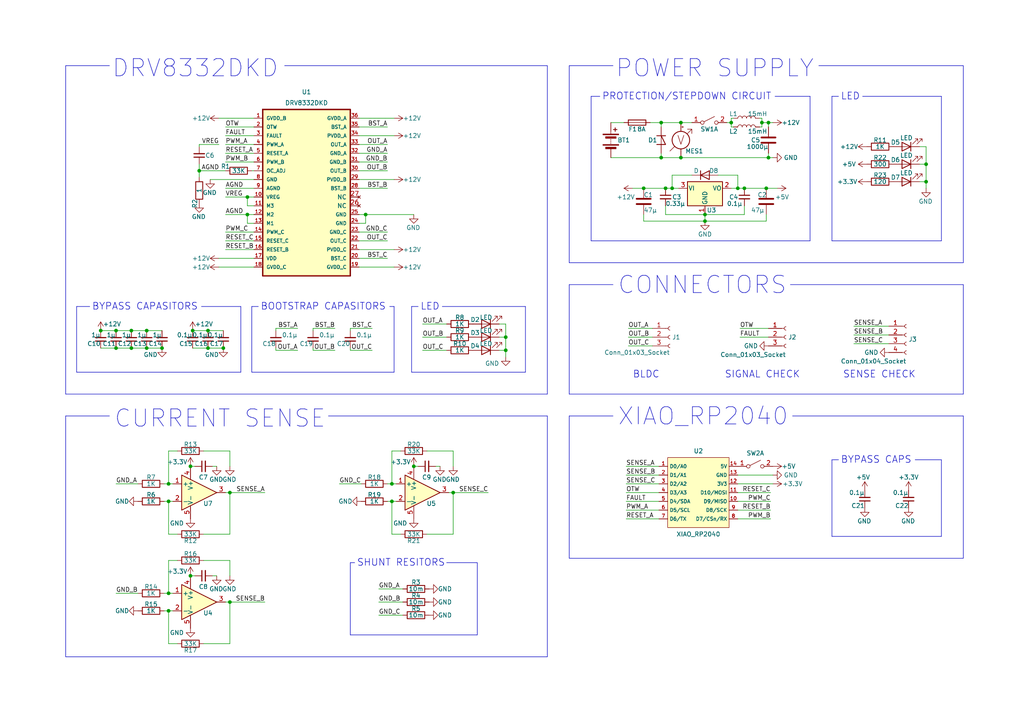
<source format=kicad_sch>
(kicad_sch (version 20230121) (generator eeschema)
  (paper "A4")
  (lib_symbols
    (symbol "Connector:Conn_01x03_Socket" (pin_names (offset 1.016) hide)
      (property "Reference" "J" (at 0 5.08 0))
      (property "Value" "Conn_01x03_Socket" (at 0 -5.08 0))
      (symbol "Conn_01x03_Socket_1_1"
        (pin passive line (at -5.08 2.54 0) (length 3.81) (name "Pin_1") (number "1"))
        (pin passive line (at -5.08 0 0) (length 3.81) (name "Pin_2") (number "2"))
        (pin passive line (at -5.08 -2.54 0) (length 3.81) (name "Pin_3") (number "3"))
      )
    )
    (symbol "Connector:Conn_01x04_Socket" (pin_names (offset 1.016) hide)
      (property "Reference" "J" (at 0 5.08 0))
      (property "Value" "Conn_01x04_Socket" (at 0 -7.62 0))
      (symbol "Conn_01x04_Socket_1_1"
        (pin passive line (at -5.08 2.54 0) (length 3.81) (name "Pin_1") (number "1"))
        (pin passive line (at -5.08 0 0) (length 3.81) (name "Pin_2") (number "2"))
        (pin passive line (at -5.08 -2.54 0) (length 3.81) (name "Pin_3") (number "3"))
        (pin passive line (at -5.08 -5.08 0) (length 3.81) (name "Pin_4") (number "4"))
      )
    )
    (symbol "DRV8332DKD:DRV8332DKD" (pin_names (offset 1.016))
      (property "Reference" "U" (at -12.7 67.31 0))
      (property "Value" "DRV8332DKD" (at -6.35 15.24 0))
      (symbol "DRV8332DKD_1_0"
        (pin power_in line (at -15.24 63.5 0) (length 2.54) (name "GVDD_B") (number "1"))
        (pin bidirectional line (at -15.24 40.64 0) (length 2.54) (name "VREG") (number "10"))
        (pin bidirectional line (at -15.24 38.1 0) (length 2.54) (name "M3") (number "11"))
        (pin bidirectional line (at -15.24 35.56 0) (length 2.54) (name "M2") (number "12"))
        (pin bidirectional line (at -15.24 33.02 0) (length 2.54) (name "M1") (number "13"))
        (pin bidirectional line (at -15.24 30.48 0) (length 2.54) (name "PWM_C") (number "14"))
        (pin bidirectional line (at -15.24 27.94 0) (length 2.54) (name "RESET_C") (number "15"))
        (pin bidirectional line (at -15.24 25.4 0) (length 2.54) (name "RESET_B") (number "16"))
        (pin power_in line (at -15.24 22.86 0) (length 2.54) (name "VDD") (number "17"))
        (pin power_in line (at -15.24 20.32 0) (length 2.54) (name "GVDD_C") (number "18"))
        (pin power_in line (at 15.24 20.32 180) (length 2.54) (name "GVDD_C") (number "19"))
        (pin bidirectional line (at -15.24 60.96 0) (length 2.54) (name "OTW") (number "2"))
        (pin bidirectional line (at 15.24 22.86 180) (length 2.54) (name "BST_C") (number "20"))
        (pin power_in line (at 15.24 25.4 180) (length 2.54) (name "PVDD_C") (number "21"))
        (pin output line (at 15.24 27.94 180) (length 2.54) (name "OUT_C") (number "22"))
        (pin power_in line (at 15.24 30.48 180) (length 2.54) (name "GND_C") (number "23"))
        (pin power_in line (at 15.24 33.02 180) (length 2.54) (name "GND") (number "24"))
        (pin power_in line (at 15.24 35.56 180) (length 2.54) (name "GND") (number "25"))
        (pin bidirectional line (at 15.24 43.18 180) (length 2.54) (name "BST_B") (number "28"))
        (pin power_in line (at 15.24 45.72 180) (length 2.54) (name "PVDD_B") (number "29"))
        (pin bidirectional line (at -15.24 58.42 0) (length 2.54) (name "FAULT") (number "3"))
        (pin output line (at 15.24 48.26 180) (length 2.54) (name "OUT_B") (number "30"))
        (pin power_in line (at 15.24 50.8 180) (length 2.54) (name "GND_B") (number "31"))
        (pin power_in line (at 15.24 53.34 180) (length 2.54) (name "GND_A") (number "32"))
        (pin output line (at 15.24 55.88 180) (length 2.54) (name "OUT_A") (number "33"))
        (pin power_in line (at 15.24 58.42 180) (length 2.54) (name "PVDD_A") (number "34"))
        (pin bidirectional line (at 15.24 60.96 180) (length 2.54) (name "BST_A") (number "35"))
        (pin power_in line (at 15.24 63.5 180) (length 2.54) (name "GVDD_A") (number "36"))
        (pin bidirectional line (at -15.24 55.88 0) (length 2.54) (name "PWM_A") (number "4"))
        (pin bidirectional line (at -15.24 53.34 0) (length 2.54) (name "RESET_A") (number "5"))
        (pin bidirectional line (at -15.24 50.8 0) (length 2.54) (name "PWM_B") (number "6"))
        (pin bidirectional line (at -15.24 48.26 0) (length 2.54) (name "OC_ADJ") (number "7"))
        (pin power_in line (at -15.24 45.72 0) (length 2.54) (name "GND") (number "8"))
        (pin power_in line (at -15.24 43.18 0) (length 2.54) (name "AGND") (number "9"))
      )
      (symbol "DRV8332DKD_1_1"
        (pin no_connect line (at 15.24 38.1 180) (length 2.54) (name "NC") (number "26"))
        (pin no_connect line (at 15.24 40.64 180) (length 2.54) (name "NC") (number "27"))
      )
    )
    (symbol "Device:Battery" (pin_numbers hide) (pin_names (offset 0) hide)
      (property "Reference" "BT" (at 2.54 2.54 0))
      (property "Value" "Battery" (at 2.54 0 0))
      (symbol "Battery_1_1"
        (pin passive line (at 0 5.08 270) (length 2.54) (name "+") (number "1"))
        (pin passive line (at 0 -5.08 90) (length 2.54) (name "-") (number "2"))
      )
    )
    (symbol "Device:C" (pin_numbers hide) (pin_names (offset 0.254))
      (property "Reference" "C" (at 0.635 2.54 0))
      (property "Value" "C" (at 0.635 -2.54 0))
      (symbol "C_1_1"
        (pin passive line (at 0 3.81 270) (length 2.794) (name "~") (number "1"))
        (pin passive line (at 0 -3.81 90) (length 2.794) (name "~") (number "2"))
      )
    )
    (symbol "Device:C_Small" (pin_numbers hide) (pin_names (offset 0.254) hide)
      (property "Reference" "C" (at 0.254 1.778 0))
      (property "Value" "C_Small" (at 0.254 -2.032 0))
      (symbol "C_Small_1_1"
        (pin passive line (at 0 2.54 270) (length 2.032) (name "~") (number "1"))
        (pin passive line (at 0 -2.54 90) (length 2.032) (name "~") (number "2"))
      )
    )
    (symbol "Device:D" (pin_numbers hide) (pin_names (offset 1.016) hide)
      (property "Reference" "D" (at 0 2.54 0))
      (property "Value" "D" (at 0 -2.54 0))
      (symbol "D_1_1"
        (pin passive line (at -3.81 0 0) (length 2.54) (name "K") (number "1"))
        (pin passive line (at 3.81 0 180) (length 2.54) (name "A") (number "2"))
      )
    )
    (symbol "Device:D_Shockley" (pin_numbers hide) (pin_names (offset 1.016) hide)
      (property "Reference" "D" (at 0 2.54 0))
      (property "Value" "D_Shockley" (at 0 -2.54 0))
      (symbol "D_Shockley_1_1"
        (pin passive line (at -3.81 0 0) (length 2.54) (name "K") (number "1"))
        (pin passive line (at 3.81 0 180) (length 2.54) (name "A") (number "2"))
      )
    )
    (symbol "Device:Fuse" (pin_numbers hide) (pin_names (offset 0))
      (property "Reference" "F" (at 2.032 0 90))
      (property "Value" "Fuse" (at -1.905 0 90))
      (symbol "Fuse_1_1"
        (pin passive line (at 0 3.81 270) (length 1.27) (name "~") (number "1"))
        (pin passive line (at 0 -3.81 90) (length 1.27) (name "~") (number "2"))
      )
    )
    (symbol "Device:L" (pin_numbers hide) (pin_names (offset 1.016) hide)
      (property "Reference" "L" (at -1.27 0 90))
      (property "Value" "L" (at 1.905 0 90))
      (symbol "L_1_1"
        (pin passive line (at 0 3.81 270) (length 1.27) (name "1") (number "1"))
        (pin passive line (at 0 -3.81 90) (length 1.27) (name "2") (number "2"))
      )
    )
    (symbol "Device:LED" (pin_numbers hide) (pin_names (offset 1.016) hide)
      (property "Reference" "D" (at 0 2.54 0))
      (property "Value" "LED" (at 0 -2.54 0))
      (symbol "LED_1_1"
        (pin passive line (at -3.81 0 0) (length 2.54) (name "K") (number "1"))
        (pin passive line (at 3.81 0 180) (length 2.54) (name "A") (number "2"))
      )
    )
    (symbol "Device:R" (pin_numbers hide) (pin_names (offset 0))
      (property "Reference" "R" (at 2.032 0 90))
      (property "Value" "R" (at 0 0 90))
      (symbol "R_1_1"
        (pin passive line (at 0 3.81 270) (length 1.27) (name "~") (number "1"))
        (pin passive line (at 0 -3.81 90) (length 1.27) (name "~") (number "2"))
      )
    )
    (symbol "Device:Voltmeter_DC" (pin_numbers hide) (pin_names (offset 0.0254) hide)
      (property "Reference" "MES" (at -3.302 1.016 0))
      (property "Value" "Voltmeter_DC" (at -3.302 -0.762 0))
      (symbol "Voltmeter_DC_0_0"
        (text "V" (at 0 0 0) (effects (font (size 2.54 2.54))))
      )
      (symbol "Voltmeter_DC_1_1"
        (pin passive line (at 0 -5.08 90) (length 2.54) (name "-") (number "1"))
        (pin passive line (at 0 5.08 270) (length 2.54) (name "+") (number "2"))
      )
    )
    (symbol "Regulator_Linear:AZ1117-3.3" (pin_names (offset 0.254))
      (property "Reference" "U" (at -3.81 3.175 0))
      (property "Value" "AZ1117-3.3" (at 0 3.175 0))
      (symbol "AZ1117-3.3_1_1"
        (pin power_in line (at 0 -7.62 90) (length 2.54) (name "GND") (number "1"))
        (pin power_out line (at 7.62 0 180) (length 2.54) (name "VO") (number "2"))
        (pin power_in line (at -7.62 0 0) (length 2.54) (name "VI") (number "3"))
      )
    )
    (symbol "Simulation_SPICE:OPAMP" (pin_names (offset 0.254))
      (property "Reference" "U" (at 3.81 3.175 0))
      (property "Value" "${SIM.PARAMS}" (at 3.81 -3.175 0))
      (symbol "OPAMP_1_1"
        (pin input line (at -7.62 2.54 0) (length 2.54) (name "+") (number "1"))
        (pin input line (at -7.62 -2.54 0) (length 2.54) (name "-") (number "2"))
        (pin output line (at 7.62 0 180) (length 2.54) (name "~") (number "3"))
        (pin power_in line (at -2.54 7.62 270) (length 3.81) (name "V+") (number "4"))
        (pin power_in line (at -2.54 -7.62 90) (length 3.81) (name "V-") (number "5"))
      )
    )
    (symbol "Switch:SW_DPST_x2" (pin_names (offset 0) hide)
      (property "Reference" "SW" (at 0 3.175 0))
      (property "Value" "SW_DPST_x2" (at 0 -2.54 0))
      (symbol "SW_DPST_x2_1_1"
        (pin passive line (at -5.08 0 0) (length 2.54) (name "A") (number "1"))
        (pin passive line (at 5.08 0 180) (length 2.54) (name "B") (number "2"))
      )
      (symbol "SW_DPST_x2_2_1"
        (pin passive line (at -5.08 0 0) (length 2.54) (name "A") (number "3"))
        (pin passive line (at 5.08 0 180) (length 2.54) (name "B") (number "4"))
      )
    )
    (symbol "XIAO_RP2040:XIAO_RP2040"
      (property "Reference" "U2" (at 0 1.905 0))
      (property "Value" "XIAO_RP2040" (at 0 0 0))
      (symbol "XIAO_RP2040_1_0"
        (pin bidirectional line (at -11.43 -3.81 0) (length 2.54) (name "D0/A0") (number "1"))
        (pin bidirectional line (at 11.43 -13.97 180) (length 2.54) (name "D9/MISO") (number "10"))
        (pin bidirectional line (at 11.43 -11.43 180) (length 2.54) (name "D10/MOSI") (number "11"))
        (pin power_out line (at 11.43 -8.89 180) (length 2.54) (name "3V3") (number "12"))
        (pin power_out line (at 11.43 -6.35 180) (length 2.54) (name "GND") (number "13"))
        (pin power_in line (at 11.43 -3.81 180) (length 2.54) (name "5V") (number "14"))
        (pin bidirectional line (at -11.43 -6.35 0) (length 2.54) (name "D1/A1") (number "2"))
        (pin bidirectional line (at -11.43 -8.89 0) (length 2.54) (name "D2/A2") (number "3"))
        (pin bidirectional line (at -11.43 -11.43 0) (length 2.54) (name "D3/A3") (number "4"))
        (pin bidirectional line (at -11.43 -13.97 0) (length 2.54) (name "D4/SDA") (number "5"))
        (pin bidirectional line (at -11.43 -16.51 0) (length 2.54) (name "D5/SCL") (number "6"))
        (pin bidirectional line (at -11.43 -19.05 0) (length 2.54) (name "D6/TX") (number "7"))
        (pin bidirectional line (at 11.43 -19.05 180) (length 2.54) (name "D7/CSn/RX") (number "8"))
        (pin bidirectional line (at 11.43 -16.51 180) (length 2.54) (name "D8/SCK") (number "9"))
      )
    )
    (symbol "power:+12V" (power) (pin_names (offset 0))
      (property "Value" "+12V" (at 0 3.556 0))
      (symbol "+12V_1_1"
        (pin power_in line (at 0 0 90) (length 0) hide (name "+12V") (number "1"))
      )
    )
    (symbol "power:+3.3V" (power) (pin_names (offset 0))
      (property "Value" "+3.3V" (at 0 3.556 0))
      (symbol "+3.3V_1_1"
        (pin power_in line (at 0 0 90) (length 0) hide (name "+3.3V") (number "1"))
      )
    )
    (symbol "power:+5V" (power) (pin_names (offset 0))
      (property "Value" "+5V" (at 0 3.556 0))
      (symbol "+5V_1_1"
        (pin power_in line (at 0 0 90) (length 0) hide (name "+5V") (number "1"))
      )
    )
    (symbol "power:GND" (power) (pin_names (offset 0))
      (property "Value" "GND" (at 0 -3.81 0))
      (symbol "GND_1_1"
        (pin power_in line (at 0 0 270) (length 0) hide (name "GND") (number "1"))
      )
    )
  )
  (junction (at 55.245 135.255))
  (junction (at 46.99 100.965))
  (junction (at 186.69 54.61))
  (junction (at 197.485 45.72))
  (junction (at 191.77 35.56))
  (junction (at 33.655 95.885))
  (junction (at 204.47 64.135))
  (junction (at 222.25 54.61))
  (junction (at 64.77 100.965))
  (junction (at 268.605 47.625))
  (junction (at 222.885 45.72))
  (junction (at 48.895 140.335))
  (junction (at 71.755 62.23))
  (junction (at 60.325 95.885))
  (junction (at 194.945 54.61))
  (junction (at 57.785 49.53))
  (junction (at 113.665 140.335))
  (junction (at 33.655 100.965))
  (junction (at 131.445 142.875))
  (junction (at 146.685 97.79))
  (junction (at 120.015 135.255))
  (junction (at 48.895 177.165))
  (junction (at 113.665 145.415))
  (junction (at 197.485 35.56))
  (junction (at 29.21 95.885))
  (junction (at 191.77 45.72))
  (junction (at 48.895 145.415))
  (junction (at 220.98 35.56))
  (junction (at 146.685 101.6))
  (junction (at 42.545 95.885))
  (junction (at 60.325 100.965))
  (junction (at 268.605 52.705))
  (junction (at 55.88 95.885))
  (junction (at 38.1 100.965))
  (junction (at 215.9 54.61))
  (junction (at 213.995 54.61))
  (junction (at 204.47 62.23))
  (junction (at 38.1 95.885))
  (junction (at 222.885 35.56))
  (junction (at 212.09 35.56))
  (junction (at 66.675 174.625))
  (junction (at 71.755 57.15))
  (junction (at 106.045 62.23))
  (junction (at 66.675 142.875))
  (junction (at 193.04 54.61))
  (junction (at 55.245 167.005))
  (junction (at 42.545 100.965))
  (junction (at 48.895 172.085))
  (wire (pts (xy 208.28 50.8) (xy 213.995 50.8)))
  (polyline (pts (xy 95.25 120.65) (xy 158.75 120.65)))
  (wire (pts (xy 48.895 186.69) (xy 48.895 177.165)))
  (wire (pts (xy 55.88 95.885) (xy 60.325 95.885)))
  (wire (pts (xy 223.52 147.955) (xy 213.995 147.955)))
  (wire (pts (xy 212.09 35.56) (xy 210.82 35.56)))
  (wire (pts (xy 112.395 41.91) (xy 104.14 41.91)))
  (wire (pts (xy 220.98 34.29) (xy 220.98 35.56)))
  (wire (pts (xy 186.69 62.23) (xy 186.69 64.135)))
  (wire (pts (xy 181.61 150.495) (xy 191.135 150.495)))
  (polyline (pts (xy 158.75 114.3) (xy 158.75 19.05)))
  (polyline (pts (xy 165.1 161.925) (xy 279.4 161.925)))
  (wire (pts (xy 114.3 72.39) (xy 104.14 72.39)))
  (polyline (pts (xy 31.75 19.05) (xy 19.05 19.05)))
  (wire (pts (xy 60.96 52.07) (xy 73.66 52.07)))
  (wire (pts (xy 71.755 57.15) (xy 73.66 57.15)))
  (wire (pts (xy 71.755 64.77) (xy 71.755 62.23)))
  (wire (pts (xy 97.155 101.6) (xy 90.805 101.6)))
  (wire (pts (xy 109.855 174.625) (xy 116.84 174.625)))
  (wire (pts (xy 104.14 64.77) (xy 106.045 64.77)))
  (wire (pts (xy 223.52 145.415) (xy 213.995 145.415)))
  (wire (pts (xy 47.625 140.335) (xy 48.895 140.335)))
  (wire (pts (xy 112.395 67.31) (xy 104.14 67.31)))
  (wire (pts (xy 215.9 59.69) (xy 215.9 62.23)))
  (wire (pts (xy 48.895 154.94) (xy 48.895 145.415)))
  (wire (pts (xy 59.055 154.94) (xy 66.675 154.94)))
  (wire (pts (xy 51.435 154.94) (xy 48.895 154.94)))
  (wire (pts (xy 29.21 100.965) (xy 33.655 100.965)))
  (wire (pts (xy 80.01 95.25) (xy 86.36 95.25)))
  (wire (pts (xy 80.01 100.965) (xy 80.01 101.6)))
  (wire (pts (xy 220.345 34.29) (xy 220.98 34.29)))
  (polyline (pts (xy 101.6 163.195) (xy 101.6 184.15)))
  (polyline (pts (xy 128.27 88.9) (xy 152.4 88.9)))
  (polyline (pts (xy 234.95 69.85) (xy 234.95 27.94)))
  (wire (pts (xy 266.7 52.705) (xy 268.605 52.705)))
  (wire (pts (xy 146.685 93.98) (xy 146.685 97.79)))
  (wire (pts (xy 101.6 95.25) (xy 101.6 95.885)))
  (polyline (pts (xy 19.05 120.65) (xy 19.05 190.5)))
  (polyline (pts (xy 229.235 82.55) (xy 279.4 82.55)))
  (polyline (pts (xy 165.1 120.65) (xy 165.1 161.925)))
  (wire (pts (xy 48.895 145.415) (xy 50.165 145.415)))
  (wire (pts (xy 66.675 142.875) (xy 65.405 142.875)))
  (wire (pts (xy 181.61 147.955) (xy 191.135 147.955)))
  (wire (pts (xy 120.015 135.255) (xy 121.285 135.255)))
  (polyline (pts (xy 241.3 133.35) (xy 241.3 155.575)))
  (wire (pts (xy 112.395 54.61) (xy 104.14 54.61)))
  (wire (pts (xy 144.78 97.79) (xy 146.685 97.79)))
  (wire (pts (xy 182.245 97.79) (xy 189.23 97.79)))
  (wire (pts (xy 65.405 36.83) (xy 73.66 36.83)))
  (wire (pts (xy 181.61 145.415) (xy 191.135 145.415)))
  (wire (pts (xy 98.425 140.335) (xy 104.775 140.335)))
  (wire (pts (xy 220.345 36.83) (xy 220.98 36.83)))
  (polyline (pts (xy 114.3 107.95) (xy 114.3 88.9)))
  (polyline (pts (xy 165.1 114.3) (xy 279.4 114.3)))
  (polyline (pts (xy 152.4 107.95) (xy 152.4 88.9)))
  (wire (pts (xy 47.625 172.085) (xy 48.895 172.085)))
  (wire (pts (xy 112.395 74.93) (xy 104.14 74.93)))
  (polyline (pts (xy 19.05 114.3) (xy 158.75 114.3)))
  (wire (pts (xy 183.515 54.61) (xy 186.69 54.61)))
  (wire (pts (xy 222.885 44.45) (xy 222.885 45.72)))
  (wire (pts (xy 33.655 100.965) (xy 38.1 100.965)))
  (wire (pts (xy 59.055 162.56) (xy 66.675 162.56)))
  (wire (pts (xy 194.945 50.8) (xy 194.945 54.61)))
  (wire (pts (xy 71.755 59.69) (xy 71.755 57.15)))
  (wire (pts (xy 80.01 101.6) (xy 86.36 101.6)))
  (wire (pts (xy 90.805 95.25) (xy 90.805 95.885)))
  (wire (pts (xy 266.7 42.545) (xy 268.605 42.545)))
  (wire (pts (xy 113.665 145.415) (xy 114.935 145.415)))
  (polyline (pts (xy 273.05 155.575) (xy 273.05 133.35)))
  (wire (pts (xy 212.09 34.29) (xy 212.725 34.29)))
  (wire (pts (xy 112.395 36.83) (xy 104.14 36.83)))
  (wire (pts (xy 113.665 154.94) (xy 113.665 145.415)))
  (polyline (pts (xy 229.87 120.65) (xy 279.4 120.65)))
  (wire (pts (xy 197.485 45.72) (xy 222.885 45.72)))
  (wire (pts (xy 65.405 67.31) (xy 73.66 67.31)))
  (wire (pts (xy 106.045 62.23) (xy 120.015 62.23)))
  (wire (pts (xy 57.785 49.53) (xy 57.785 51.435)))
  (wire (pts (xy 204.47 62.23) (xy 204.47 64.135)))
  (wire (pts (xy 112.395 49.53) (xy 104.14 49.53)))
  (wire (pts (xy 112.395 69.85) (xy 104.14 69.85)))
  (wire (pts (xy 48.895 177.165) (xy 50.165 177.165)))
  (polyline (pts (xy 165.1 19.05) (xy 165.1 76.2)))
  (polyline (pts (xy 165.1 76.2) (xy 279.4 76.2)))
  (wire (pts (xy 63.5 77.47) (xy 73.66 77.47)))
  (wire (pts (xy 193.04 54.61) (xy 194.945 54.61)))
  (wire (pts (xy 215.9 54.61) (xy 222.25 54.61)))
  (wire (pts (xy 204.47 64.135) (xy 222.25 64.135)))
  (wire (pts (xy 181.61 142.875) (xy 191.135 142.875)))
  (wire (pts (xy 186.69 54.61) (xy 193.04 54.61)))
  (wire (pts (xy 212.09 54.61) (xy 213.995 54.61)))
  (wire (pts (xy 71.755 62.23) (xy 73.66 62.23)))
  (wire (pts (xy 61.595 135.255) (xy 62.865 135.255)))
  (polyline (pts (xy 177.8 19.05) (xy 165.1 19.05)))
  (wire (pts (xy 48.895 140.335) (xy 50.165 140.335)))
  (wire (pts (xy 131.445 130.81) (xy 131.445 135.255)))
  (wire (pts (xy 61.595 167.005) (xy 62.865 167.005)))
  (wire (pts (xy 101.6 95.25) (xy 107.95 95.25)))
  (wire (pts (xy 223.52 142.875) (xy 213.995 142.875)))
  (wire (pts (xy 80.01 95.25) (xy 80.01 95.885)))
  (wire (pts (xy 65.405 57.15) (xy 71.755 57.15)))
  (wire (pts (xy 112.395 46.99) (xy 104.14 46.99)))
  (wire (pts (xy 112.395 145.415) (xy 113.665 145.415)))
  (polyline (pts (xy 129.54 163.195) (xy 138.43 163.195)))
  (wire (pts (xy 104.14 62.23) (xy 106.045 62.23)))
  (wire (pts (xy 213.995 50.8) (xy 213.995 54.61)))
  (wire (pts (xy 131.445 154.94) (xy 131.445 142.875)))
  (wire (pts (xy 60.325 95.885) (xy 64.77 95.885)))
  (wire (pts (xy 131.445 142.875) (xy 130.175 142.875)))
  (polyline (pts (xy 73.025 88.9) (xy 73.025 107.95)))
  (wire (pts (xy 112.395 140.335) (xy 113.665 140.335)))
  (polyline (pts (xy 241.3 69.85) (xy 273.05 69.85)))
  (wire (pts (xy 90.805 101.6) (xy 90.805 100.965)))
  (wire (pts (xy 51.435 130.81) (xy 48.895 130.81)))
  (wire (pts (xy 59.055 130.81) (xy 66.675 130.81)))
  (polyline (pts (xy 74.93 88.9) (xy 73.025 88.9)))
  (wire (pts (xy 65.405 62.23) (xy 71.755 62.23)))
  (wire (pts (xy 48.895 130.81) (xy 48.895 140.335)))
  (polyline (pts (xy 113.03 88.9) (xy 114.3 88.9)))
  (wire (pts (xy 48.895 172.085) (xy 50.165 172.085)))
  (wire (pts (xy 51.435 162.56) (xy 48.895 162.56)))
  (wire (pts (xy 65.405 72.39) (xy 73.66 72.39)))
  (wire (pts (xy 215.9 62.23) (xy 204.47 62.23)))
  (wire (pts (xy 66.675 142.875) (xy 76.835 142.875)))
  (wire (pts (xy 66.675 130.81) (xy 66.675 135.255)))
  (wire (pts (xy 193.04 62.23) (xy 204.47 62.23)))
  (wire (pts (xy 257.81 94.615) (xy 247.65 94.615)))
  (polyline (pts (xy 173.99 27.94) (xy 171.45 27.94)))
  (wire (pts (xy 65.405 41.91) (xy 73.66 41.91)))
  (wire (pts (xy 57.785 41.91) (xy 63.5 41.91)))
  (wire (pts (xy 59.055 186.69) (xy 66.675 186.69)))
  (wire (pts (xy 73.025 49.53) (xy 73.66 49.53)))
  (wire (pts (xy 191.77 35.56) (xy 191.77 36.83)))
  (wire (pts (xy 222.25 54.61) (xy 225.425 54.61)))
  (wire (pts (xy 47.625 177.165) (xy 48.895 177.165)))
  (wire (pts (xy 268.605 52.705) (xy 268.605 54.61)))
  (polyline (pts (xy 58.42 88.9) (xy 69.85 88.9)))
  (wire (pts (xy 144.78 93.98) (xy 146.685 93.98)))
  (wire (pts (xy 122.555 93.98) (xy 129.54 93.98)))
  (wire (pts (xy 222.885 35.56) (xy 222.885 36.83)))
  (polyline (pts (xy 31.75 120.65) (xy 19.05 120.65)))
  (wire (pts (xy 63.5 34.29) (xy 73.66 34.29)))
  (wire (pts (xy 182.245 100.33) (xy 189.23 100.33)))
  (wire (pts (xy 42.545 95.885) (xy 46.99 95.885)))
  (polyline (pts (xy 73.025 107.95) (xy 114.3 107.95)))
  (wire (pts (xy 107.95 101.6) (xy 101.6 101.6)))
  (polyline (pts (xy 243.205 27.94) (xy 241.3 27.94)))
  (wire (pts (xy 212.09 34.29) (xy 212.09 35.56)))
  (wire (pts (xy 224.155 140.335) (xy 213.995 140.335)))
  (wire (pts (xy 200.66 50.8) (xy 194.945 50.8)))
  (wire (pts (xy 224.155 137.795) (xy 213.995 137.795)))
  (wire (pts (xy 116.205 154.94) (xy 113.665 154.94)))
  (wire (pts (xy 181.61 135.255) (xy 191.135 135.255)))
  (wire (pts (xy 214.63 97.79) (xy 222.885 97.79)))
  (wire (pts (xy 66.675 162.56) (xy 66.675 167.005)))
  (wire (pts (xy 63.5 74.93) (xy 73.66 74.93)))
  (wire (pts (xy 48.895 162.56) (xy 48.895 172.085)))
  (polyline (pts (xy 138.43 184.15) (xy 138.43 163.195)))
  (wire (pts (xy 212.725 36.83) (xy 212.09 36.83)))
  (polyline (pts (xy 121.285 88.9) (xy 119.38 88.9)))
  (wire (pts (xy 257.81 97.155) (xy 247.65 97.155)))
  (wire (pts (xy 181.61 137.795) (xy 191.135 137.795)))
  (wire (pts (xy 197.485 35.56) (xy 200.66 35.56)))
  (wire (pts (xy 51.435 186.69) (xy 48.895 186.69)))
  (wire (pts (xy 73.66 59.69) (xy 71.755 59.69)))
  (wire (pts (xy 123.825 130.81) (xy 131.445 130.81)))
  (wire (pts (xy 193.04 59.69) (xy 193.04 62.23)))
  (wire (pts (xy 266.7 47.625) (xy 268.605 47.625)))
  (wire (pts (xy 177.165 45.72) (xy 191.77 45.72)))
  (polyline (pts (xy 19.05 190.5) (xy 158.75 190.5)))
  (wire (pts (xy 65.405 69.85) (xy 73.66 69.85)))
  (polyline (pts (xy 177.8 120.65) (xy 165.1 120.65)))
  (wire (pts (xy 212.09 36.83) (xy 212.09 35.56)))
  (polyline (pts (xy 22.225 88.9) (xy 22.225 107.95)))
  (wire (pts (xy 126.365 135.255) (xy 127.635 135.255)))
  (wire (pts (xy 257.81 99.695) (xy 247.65 99.695)))
  (wire (pts (xy 33.655 172.085) (xy 40.005 172.085)))
  (wire (pts (xy 65.405 39.37) (xy 73.66 39.37)))
  (polyline (pts (xy 171.45 69.85) (xy 234.95 69.85)))
  (wire (pts (xy 66.675 174.625) (xy 65.405 174.625)))
  (polyline (pts (xy 158.75 190.5) (xy 158.75 120.65)))
  (polyline (pts (xy 265.43 133.35) (xy 273.05 133.35)))
  (wire (pts (xy 131.445 142.875) (xy 141.605 142.875)))
  (wire (pts (xy 268.605 42.545) (xy 268.605 47.625)))
  (polyline (pts (xy 273.05 69.85) (xy 273.05 27.94)))
  (polyline (pts (xy 165.1 82.55) (xy 165.1 114.3)))
  (wire (pts (xy 73.66 64.77) (xy 71.755 64.77)))
  (polyline (pts (xy 243.205 133.35) (xy 241.3 133.35)))
  (wire (pts (xy 224.155 35.56) (xy 222.885 35.56)))
  (wire (pts (xy 186.69 64.135) (xy 204.47 64.135)))
  (wire (pts (xy 122.555 101.6) (xy 129.54 101.6)))
  (wire (pts (xy 222.885 35.56) (xy 220.98 35.56)))
  (wire (pts (xy 33.655 140.335) (xy 40.005 140.335)))
  (wire (pts (xy 57.785 47.625) (xy 57.785 49.53)))
  (polyline (pts (xy 224.79 27.94) (xy 234.95 27.94)))
  (wire (pts (xy 109.855 178.435) (xy 116.84 178.435)))
  (wire (pts (xy 191.77 44.45) (xy 191.77 45.72)))
  (wire (pts (xy 146.685 103.505) (xy 146.685 101.6)))
  (polyline (pts (xy 22.225 107.95) (xy 69.85 107.95)))
  (wire (pts (xy 65.405 46.99) (xy 73.66 46.99)))
  (wire (pts (xy 223.52 150.495) (xy 213.995 150.495)))
  (wire (pts (xy 191.77 45.72) (xy 197.485 45.72)))
  (wire (pts (xy 123.825 154.94) (xy 131.445 154.94)))
  (polyline (pts (xy 241.3 155.575) (xy 273.05 155.575)))
  (wire (pts (xy 66.675 174.625) (xy 76.835 174.625)))
  (wire (pts (xy 177.165 35.56) (xy 180.975 35.56)))
  (wire (pts (xy 144.78 101.6) (xy 146.685 101.6)))
  (wire (pts (xy 191.77 35.56) (xy 197.485 35.56)))
  (wire (pts (xy 33.655 95.885) (xy 38.1 95.885)))
  (polyline (pts (xy 250.19 27.94) (xy 273.05 27.94)))
  (wire (pts (xy 66.675 154.94) (xy 66.675 142.875)))
  (polyline (pts (xy 101.6 184.15) (xy 138.43 184.15)))
  (polyline (pts (xy 237.49 19.05) (xy 279.4 19.05)))
  (wire (pts (xy 60.325 100.965) (xy 64.77 100.965)))
  (wire (pts (xy 90.805 95.25) (xy 97.155 95.25)))
  (polyline (pts (xy 171.45 27.94) (xy 171.45 69.85)))
  (wire (pts (xy 65.405 54.61) (xy 73.66 54.61)))
  (wire (pts (xy 213.995 54.61) (xy 215.9 54.61)))
  (wire (pts (xy 114.3 77.47) (xy 104.14 77.47)))
  (polyline (pts (xy 279.4 114.3) (xy 279.4 82.55)))
  (polyline (pts (xy 177.8 82.55) (xy 165.1 82.55)))
  (polyline (pts (xy 69.85 107.95) (xy 69.85 88.9)))
  (wire (pts (xy 106.045 64.77) (xy 106.045 62.23)))
  (wire (pts (xy 222.25 64.135) (xy 222.25 62.23)))
  (wire (pts (xy 47.625 145.415) (xy 48.895 145.415)))
  (wire (pts (xy 114.3 39.37) (xy 104.14 39.37)))
  (wire (pts (xy 65.405 44.45) (xy 73.66 44.45)))
  (wire (pts (xy 268.605 47.625) (xy 268.605 52.705)))
  (polyline (pts (xy 102.87 163.195) (xy 101.6 163.195)))
  (polyline (pts (xy 241.3 27.94) (xy 241.3 69.85)))
  (polyline (pts (xy 82.55 19.05) (xy 158.75 19.05)))
  (wire (pts (xy 113.665 140.335) (xy 114.935 140.335)))
  (wire (pts (xy 194.945 54.61) (xy 196.85 54.61)))
  (wire (pts (xy 57.785 41.91) (xy 57.785 42.545)))
  (wire (pts (xy 101.6 101.6) (xy 101.6 100.965)))
  (wire (pts (xy 214.63 95.25) (xy 222.885 95.25)))
  (wire (pts (xy 114.3 34.29) (xy 104.14 34.29)))
  (wire (pts (xy 181.61 140.335) (xy 191.135 140.335)))
  (polyline (pts (xy 279.4 161.925) (xy 279.4 120.65)))
  (wire (pts (xy 112.395 44.45) (xy 104.14 44.45)))
  (wire (pts (xy 55.88 100.965) (xy 60.325 100.965)))
  (wire (pts (xy 55.245 167.005) (xy 56.515 167.005)))
  (polyline (pts (xy 19.05 19.05) (xy 19.05 114.3)))
  (wire (pts (xy 220.98 35.56) (xy 220.98 36.83)))
  (wire (pts (xy 113.665 130.81) (xy 113.665 140.335)))
  (wire (pts (xy 38.1 95.885) (xy 42.545 95.885)))
  (polyline (pts (xy 279.4 76.2) (xy 279.4 19.05)))
  (wire (pts (xy 114.3 52.07) (xy 104.14 52.07)))
  (wire (pts (xy 116.205 130.81) (xy 113.665 130.81)))
  (wire (pts (xy 122.555 97.79) (xy 129.54 97.79)))
  (wire (pts (xy 29.21 95.885) (xy 33.655 95.885)))
  (wire (pts (xy 188.595 35.56) (xy 191.77 35.56)))
  (wire (pts (xy 56.515 135.255) (xy 55.245 135.255)))
  (polyline (pts (xy 26.035 88.9) (xy 22.225 88.9)))
  (wire (pts (xy 222.885 45.72) (xy 224.155 45.72)))
  (wire (pts (xy 66.675 186.69) (xy 66.675 174.625)))
  (wire (pts (xy 42.545 100.965) (xy 46.99 100.965)))
  (polyline (pts (xy 119.38 107.95) (xy 152.4 107.95)))
  (polyline (pts (xy 119.38 88.9) (xy 119.38 107.95)))
  (wire (pts (xy 38.1 100.965) (xy 42.545 100.965)))
  (wire (pts (xy 146.685 97.79) (xy 146.685 101.6)))
  (wire (pts (xy 109.855 170.815) (xy 116.84 170.815)))
  (wire (pts (xy 57.785 49.53) (xy 65.405 49.53)))
  (wire (pts (xy 182.245 95.25) (xy 189.23 95.25)))
  (text "CONNECTORS" (at 179.07 85.725 0) (effects (font (size 5 5)) (justify left bottom)))
  (text "BOOTSTRAP CAPASITORS" (at 75.565 90.17 0) (effects (font (size 2 2)) (justify left bottom)))
  (text "DRV8332DKD" (at 32.385 22.86 0) (effects (font (size 5 5)) (justify left bottom)))
  (text "PROTECTION/STEPDOWN CIRCUIT" (at 174.625 29.21 0) (effects (font (size 2 2)) (justify left bottom)))
  (text "POWER SUPPLY" (at 178.435 22.86 0) (effects (font (size 5 5)) (justify left bottom)))
  (text "BYPASS CAPASITORS" (at 26.67 90.17 0) (effects (font (size 2 2)) (justify left bottom)))
  (text "SENSE CHECK" (at 244.475 109.855 0) (effects (font (size 2 2)) (justify left bottom)))
  (text "BYPASS CAPS" (at 243.84 134.62 0) (effects (font (size 2 2)) (justify left bottom)))
  (text "LED" (at 121.92 90.17 0) (effects (font (size 2 2)) (justify left bottom)))
  (text "XIAO_RP2040" (at 179.07 123.825 0) (effects (font (size 5 5)) (justify left bottom)))
  (text "BLDC" (at 183.515 109.855 0) (effects (font (size 2 2)) (justify left bottom)))
  (text "SHUNT RESITORS" (at 103.505 164.465 0) (effects (font (size 2 2)) (justify left bottom)))
  (text "CURRENT SENSE" (at 33.02 124.46 0) (effects (font (size 5 5)) (justify left bottom)))
  (text "SIGNAL CHECK" (at 210.185 109.855 0) (effects (font (size 2 2)) (justify left bottom)))
  (text "LED" (at 243.84 29.21 0) (effects (font (size 2 2)) (justify left bottom)))
  (label "FAULT" (at 65.405 39.37 0))
  (label "PWM_B" (at 65.405 46.99 0))
  (label "GND_B" (at 33.655 172.085 0))
  (label "OTW" (at 181.61 142.875 0))
  (label "PWM_B" (at 223.52 150.495 180))
  (label "GND_A" (at 109.855 170.815 0))
  (label "OUT_B" (at 112.395 49.53 180))
  (label "RESET_A" (at 181.61 150.495 0))
  (label "PWM_C" (at 223.52 145.415 180))
  (label "SENSE_A" (at 247.65 94.615 0))
  (label "SENSE_B" (at 247.65 97.155 0))
  (label "AGND" (at 65.405 62.23 0))
  (label "PWM_C" (at 65.405 67.31 0))
  (label "SENSE_A" (at 76.835 142.875 180))
  (label "OUT_B" (at 97.155 101.6 180))
  (label "SENSE_C" (at 247.65 99.695 0))
  (label "AGND" (at 58.42 49.53 0))
  (label "RESET_B" (at 223.52 147.955 180))
  (label "GND_A" (at 33.655 140.335 0))
  (label "BST_C" (at 112.395 74.93 180))
  (label "AGND" (at 65.405 54.61 0))
  (label "SENSE_C" (at 141.605 142.875 180))
  (label "RESET_C" (at 65.405 69.85 0))
  (label "OUT_C" (at 122.555 101.6 0))
  (label "OUT_A" (at 86.36 101.6 180))
  (label "OTW" (at 65.405 36.83 0))
  (label "OUT_C" (at 182.245 100.33 0))
  (label "RESET_B" (at 65.405 72.39 0))
  (label "BST_B" (at 112.395 54.61 180))
  (label "FAULT" (at 181.61 145.415 0))
  (label "VREG" (at 65.405 57.15 0))
  (label "VREG" (at 63.5 41.91 180))
  (label "BST_A" (at 86.36 95.25 180))
  (label "SENSE_A" (at 181.61 135.255 0))
  (label "SENSE_B" (at 181.61 137.795 0))
  (label "RESET_A" (at 65.405 44.45 0))
  (label "GND_B" (at 112.395 46.99 180))
  (label "PWM_A" (at 65.405 41.91 0))
  (label "GND_C" (at 109.855 178.435 0))
  (label "OUT_A" (at 182.245 95.25 0))
  (label "OUT_A" (at 112.395 41.91 180))
  (label "BST_C" (at 107.95 95.25 180))
  (label "GND_C" (at 98.425 140.335 0))
  (label "SENSE_B" (at 76.835 174.625 180))
  (label "OTW" (at 214.63 95.25 0))
  (label "BST_A" (at 112.395 36.83 180))
  (label "BST_B" (at 97.155 95.25 180))
  (label "SENSE_C" (at 181.61 140.335 0))
  (label "OUT_B" (at 182.245 97.79 0))
  (label "PWM_A" (at 181.61 147.955 0))
  (label "RESET_C" (at 223.52 142.875 180))
  (label "GND_C" (at 112.395 67.31 180))
  (label "OUT_C" (at 112.395 69.85 180))
  (label "OUT_B" (at 122.555 97.79 0))
  (label "GND_B" (at 109.855 174.625 0))
  (label "OUT_A" (at 122.555 93.98 0))
  (label "GND_A" (at 112.395 44.45 180))
  (label "FAULT" (at 214.63 97.79 0))
  (label "OUT_C" (at 107.95 101.6 180))
  (symbol (lib_id "Device:R") (at 255.27 47.625 90) (unit 1)
    (property "Reference" "R22" (at 255.27 45.72 90))
    (property "Value" "300" (at 255.27 47.625 90))
  )
  (symbol (lib_id "power:+12V") (at 114.3 52.07 270) (unit 1)
    (property "Reference" "#PWR013" (effects hide))
    (property "Value" "+12V" (at 116.84 52.07 90) (effects (justify left)))
  )
  (symbol (lib_id "Device:Battery") (at 177.165 40.64 0) (unit 1)
    (property "Reference" "BT1" (at 179.07 40.64 0) (effects (justify left)))
    (property "Value" "11.1v 1300mAh" (effects hide))
  )
  (symbol (lib_id "Device:L") (at 216.535 36.83 90) (unit 1)
    (property "Reference" "L2" (at 212.725 38.1 90))
    (property "Value" "15mH" (at 219.71 38.1 90))
  )
  (symbol (lib_id "power:GND") (at 46.99 100.965 0) (unit 1)
    (property "Reference" "#PWR037" (effects hide))
    (property "Value" "GND" (at 45.72 102.87 0) (effects (justify right)))
  )
  (symbol (lib_id "Device:C_Small") (at 38.1 98.425 180) (unit 1)
    (property "Reference" "C12" (at 38.1 99.695 0) (effects (justify left)))
    (property "Value" "1μ" (at 38.1 97.155 0) (effects (justify left)))
  )
  (symbol (lib_id "Device:R") (at 43.815 145.415 90) (unit 1)
    (property "Reference" "R6" (at 43.815 143.51 90))
    (property "Value" "1K" (at 43.815 145.415 90))
  )
  (symbol (lib_id "Device:C_Small") (at 80.01 98.425 180) (unit 1)
    (property "Reference" "C18" (at 80.01 99.695 0) (effects (justify left)))
    (property "Value" "0.1μ" (at 86.36 97.155 0) (effects (justify left)))
  )
  (symbol (lib_id "power:GND") (at 250.825 147.32 0) (unit 1)
    (property "Reference" "#PWR043" (effects hide))
    (property "Value" "GND" (at 252.73 151.13 0) (effects (justify right)))
  )
  (symbol (lib_id "Device:C_Small") (at 33.655 98.425 180) (unit 1)
    (property "Reference" "C11" (at 33.655 99.695 0) (effects (justify left)))
    (property "Value" "1μ" (at 33.655 97.155 0) (effects (justify left)))
  )
  (symbol (lib_id "Device:R") (at 55.245 130.81 90) (unit 1)
    (property "Reference" "R13" (at 55.245 128.905 90))
    (property "Value" "33K" (at 55.245 130.81 90))
  )
  (symbol (lib_id "power:+12V") (at 55.88 95.885 0) (unit 1)
    (property "Reference" "#PWR038" (effects hide))
    (property "Value" "+12V" (at 56.515 93.98 0) (effects (justify left)))
  )
  (symbol (lib_id "power:GND") (at 66.675 135.255 0) (unit 1)
    (property "Reference" "#PWR023" (effects hide))
    (property "Value" "GND" (at 68.58 139.065 0) (effects (justify right)))
  )
  (symbol (lib_id "Device:R") (at 108.585 140.335 90) (unit 1)
    (property "Reference" "R18" (at 108.585 138.43 90))
    (property "Value" "1K" (at 108.585 140.335 90))
  )
  (symbol (lib_id "power:GND") (at 268.605 54.61 0) (unit 1)
    (property "Reference" "#PWR047" (effects hide))
    (property "Value" "GND" (at 270.51 58.42 0) (effects (justify right)))
  )
  (symbol (lib_id "power:GND") (at 66.675 167.005 0) (unit 1)
    (property "Reference" "#PWR027" (effects hide))
    (property "Value" "GND" (at 68.58 170.815 0) (effects (justify right)))
  )
  (symbol (lib_id "Device:C_Small") (at 101.6 98.425 180) (unit 1)
    (property "Reference" "C20" (at 101.6 99.695 0) (effects (justify left)))
    (property "Value" "0.1μ" (at 107.95 97.155 0) (effects (justify left)))
  )
  (symbol (lib_id "Device:C_Small") (at 64.77 98.425 180) (unit 1)
    (property "Reference" "C17" (at 64.77 99.695 0) (effects (justify left)))
    (property "Value" "0.1μ" (at 64.77 97.155 0) (effects (justify left)))
  )
  (symbol (lib_id "Device:C_Small") (at 59.055 135.255 90) (unit 1)
    (property "Reference" "C7" (at 60.325 138.43 90) (effects (justify left)))
    (property "Value" "C_Small" (effects hide))
  )
  (symbol (lib_id "Device:LED") (at 140.97 97.79 180) (unit 1)
    (property "Reference" "D3" (at 137.795 96.52 0))
    (property "Value" "LED" (at 140.97 95.885 0))
  )
  (symbol (lib_id "Device:R") (at 120.65 178.435 90) (unit 1)
    (property "Reference" "R5" (at 120.65 176.53 90))
    (property "Value" "10m" (at 120.65 178.435 90))
  )
  (symbol (lib_id "power:+3.3V") (at 224.155 140.335 270) (unit 1)
    (property "Reference" "#PWR035" (effects hide))
    (property "Value" "+3.3V" (at 229.87 140.335 90))
  )
  (symbol (lib_id "Connector:Conn_01x04_Socket") (at 262.89 97.155 0) (unit 1)
    (property "Reference" "J3" (at 263.525 98.425 0) (effects (justify left)))
    (property "Value" "Conn_01x04_Socket" (at 243.84 104.775 0) (effects (justify left)))
  )
  (symbol (lib_id "power:GND") (at 55.245 150.495 0) (unit 1)
    (property "Reference" "#PWR020" (effects hide))
    (property "Value" "GND" (at 53.34 151.765 0) (effects (justify right)))
  )
  (symbol (lib_id "power:GND") (at 62.865 167.005 0) (unit 1)
    (property "Reference" "#PWR033" (effects hide))
    (property "Value" "GND" (at 64.77 170.815 0) (effects (justify right)))
  )
  (symbol (lib_id "Switch:SW_DPST_x2") (at 219.075 135.255 0) (unit 1)
    (property "Reference" "SW2" (at 219.075 131.445 0))
    (property "Value" "SW_DPST_x2" (effects hide))
  )
  (symbol (lib_id "power:+5V") (at 251.46 47.625 90) (unit 1)
    (property "Reference" "#PWR049" (effects hide))
    (property "Value" "+5V" (at 248.285 47.625 90) (effects (justify left)))
  )
  (symbol (lib_id "Device:LED") (at 140.97 101.6 180) (unit 1)
    (property "Reference" "D4" (at 137.795 100.33 0))
    (property "Value" "LED" (at 140.97 99.695 0))
  )
  (symbol (lib_id "power:+12V") (at 114.3 77.47 270) (unit 1)
    (property "Reference" "#PWR011" (effects hide))
    (property "Value" "+12V" (at 116.84 77.47 90) (effects (justify left)))
  )
  (symbol (lib_id "Device:R") (at 255.27 52.705 90) (unit 1)
    (property "Reference" "R23" (at 255.27 50.8 90))
    (property "Value" "120" (at 255.27 52.705 90))
  )
  (symbol (lib_id "Device:C_Small") (at 90.805 98.425 180) (unit 1)
    (property "Reference" "C19" (at 90.805 99.695 0) (effects (justify left)))
    (property "Value" "0.1μ" (at 97.155 97.155 0) (effects (justify left)))
  )
  (symbol (lib_id "Device:R") (at 55.245 154.94 90) (unit 1)
    (property "Reference" "R12" (at 55.245 156.845 90))
    (property "Value" "33K" (at 55.245 154.94 90))
  )
  (symbol (lib_id "power:GND") (at 55.245 182.245 0) (unit 1)
    (property "Reference" "#PWR026" (effects hide))
    (property "Value" "GND" (at 53.34 183.515 0) (effects (justify right)))
  )
  (symbol (lib_id "power:GND") (at 124.46 170.815 90) (unit 1)
    (property "Reference" "#PWR017" (effects hide))
    (property "Value" "GND" (at 127 170.815 90) (effects (justify right)))
  )
  (symbol (lib_id "power:GND") (at 40.005 145.415 270) (unit 1)
    (property "Reference" "#PWR021" (effects hide))
    (property "Value" "GND" (at 37.465 145.415 90) (effects (justify right)))
  )
  (symbol (lib_id "Device:C_Small") (at 46.99 98.425 180) (unit 1)
    (property "Reference" "C14" (at 46.99 99.695 0) (effects (justify left)))
    (property "Value" "1μ" (at 46.99 97.155 0) (effects (justify left)))
  )
  (symbol (lib_id "Device:LED") (at 140.97 93.98 180) (unit 1)
    (property "Reference" "D2" (at 137.795 92.71 0))
    (property "Value" "LED" (at 140.97 92.075 0))
  )
  (symbol (lib_id "Device:Voltmeter_DC") (at 197.485 40.64 0) (unit 1)
    (property "Reference" "MES1" (at 198.755 43.815 0) (effects (justify left)))
    (property "Value" "Voltmeter_DC" (effects hide))
  )
  (symbol (lib_id "Device:R") (at 55.245 162.56 90) (unit 1)
    (property "Reference" "R16" (at 55.245 160.655 90))
    (property "Value" "33K" (at 55.245 162.56 90))
  )
  (symbol (lib_id "Device:C") (at 222.25 58.42 0) (unit 1)
    (property "Reference" "C2" (at 219.71 56.515 0) (effects (justify left)))
    (property "Value" "47μ" (at 217.805 60.96 0) (effects (justify left)))
  )
  (symbol (lib_id "power:GND") (at 257.81 102.235 270) (unit 1)
    (property "Reference" "#PWR054" (effects hide))
    (property "Value" "GND" (at 252.73 102.235 90))
  )
  (symbol (lib_id "power:GND") (at 224.155 137.795 90) (unit 1)
    (property "Reference" "#PWR07" (effects hide))
    (property "Value" "GND" (at 227.33 137.795 90) (effects (justify right)))
  )
  (symbol (lib_id "Device:LED") (at 262.89 47.625 180) (unit 1)
    (property "Reference" "D6" (at 259.715 46.355 0))
    (property "Value" "LED" (at 262.89 45.085 0))
  )
  (symbol (lib_id "Device:C_Small") (at 250.825 144.78 180) (unit 1)
    (property "Reference" "C21" (at 250.825 146.685 0) (effects (justify left)))
    (property "Value" "0.1μ" (at 250.825 142.875 0) (effects (justify left)))
  )
  (symbol (lib_id "Regulator_Linear:AZ1117-3.3") (at 204.47 54.61 0) (unit 1)
    (property "Reference" "U3" (at 206.375 60.96 0))
    (property "Value" "AZ1117-3.3" (effects hide))
    (property "Datasheet" "https://www.diodes.com/assets/Datasheets/AZ1117.pdf" (effects hide))
  )
  (symbol (lib_id "Device:R") (at 108.585 145.415 90) (unit 1)
    (property "Reference" "R19" (at 108.585 143.51 90))
    (property "Value" "1K" (at 108.585 145.415 90))
  )
  (symbol (lib_id "power:GND") (at 104.775 145.415 270) (unit 1)
    (property "Reference" "#PWR028" (effects hide))
    (property "Value" "GND" (at 102.235 145.415 90) (effects (justify right)))
  )
  (symbol (lib_id "DRV8332DKD:DRV8332DKD") (at 88.9 97.79 0) (unit 1)
    (property "Reference" "U1" (at 88.9 26.67 0))
    (property "Value" "DRV8332DKD" (at 88.9 29.845 0))
    (property "Footprint" "DRV8332DKD:SOP65P1420X360-36N" (effects hide))
    (property "MF" "Texas Instruments" (effects hide))
    (property "Description" "\n70-V max 9.7-A peak 3-phase motor driver with heatsink connection and integrated FETs\n" (effects hide))
    (property "Package" "HSSOP-36 Texas Instruments" (effects hide))
    (property "Price" "None" (effects hide))
    (property "SnapEDA_Link" "https://www.snapeda.com/parts/DRV8332DKD/Texas+Instruments/view-part/?ref=snap" (effects hide))
    (property "MP" "DRV8332DKD" (effects hide))
    (property "Availability" "In Stock" (effects hide))
    (property "Check_prices" "https://www.snapeda.com/parts/DRV8332DKD/Texas+Instruments/view-part/?ref=eda" (effects hide))
  )
  (symbol (lib_id "power:GND") (at 64.77 100.965 0) (unit 1)
    (property "Reference" "#PWR039" (effects hide))
    (property "Value" "GND" (at 63.5 102.87 0) (effects (justify right)))
  )
  (symbol (lib_id "Device:C_Small") (at 42.545 98.425 180) (unit 1)
    (property "Reference" "C13" (at 42.545 99.695 0) (effects (justify left)))
    (property "Value" "1μ" (at 42.545 97.155 0) (effects (justify left)))
  )
  (symbol (lib_id "power:+5V") (at 225.425 54.61 270) (unit 1)
    (property "Reference" "#PWR04" (effects hide))
    (property "Value" "+5V" (at 224.79 57.15 90) (effects (justify left)))
  )
  (symbol (lib_id "Device:R") (at 120.015 130.81 90) (unit 1)
    (property "Reference" "R20" (at 120.015 128.905 90))
    (property "Value" "33K" (at 120.015 130.81 90))
  )
  (symbol (lib_id "Device:R") (at 55.245 186.69 90) (unit 1)
    (property "Reference" "R17" (at 55.245 188.595 90))
    (property "Value" "33K" (at 55.245 186.69 90))
  )
  (symbol (lib_id "Device:C_Small") (at 57.785 45.085 180) (unit 1)
    (property "Reference" "C6" (at 62.23 45.085 0) (effects (justify left)))
    (property "Value" "C_Small" (effects hide))
  )
  (symbol (lib_id "power:GND") (at 57.785 59.055 0) (unit 1)
    (property "Reference" "#PWR016" (effects hide))
    (property "Value" "GND" (at 59.69 62.865 0) (effects (justify right)))
  )
  (symbol (lib_id "Switch:SW_DPST_x2") (at 205.74 35.56 0) (unit 1)
    (property "Reference" "SW1" (at 205.74 37.465 0))
    (property "Value" "SW_DPST_x2" (effects hide))
  )
  (symbol (lib_id "Device:LED") (at 262.89 52.705 180) (unit 1)
    (property "Reference" "D7" (at 259.715 51.435 0))
    (property "Value" "LED" (at 262.89 50.165 0))
  )
  (symbol (lib_id "power:GND") (at 62.865 135.255 0) (unit 1)
    (property "Reference" "#PWR032" (effects hide))
    (property "Value" "GND" (at 64.77 139.065 0) (effects (justify right)))
  )
  (symbol (lib_id "Device:R") (at 133.35 97.79 90) (unit 1)
    (property "Reference" "R9" (at 133.35 95.885 90))
    (property "Value" "1K" (at 133.35 97.79 90))
  )
  (symbol (lib_id "power:+12V") (at 114.3 34.29 270) (unit 1)
    (property "Reference" "#PWR09" (effects hide))
    (property "Value" "+12V" (at 116.84 34.29 90) (effects (justify left)))
  )
  (symbol (lib_id "Device:R") (at 69.215 49.53 90) (unit 1)
    (property "Reference" "R1" (at 65.405 48.26 90))
    (property "Value" "33K" (at 69.215 49.53 90))
  )
  (symbol (lib_id "Device:R") (at 43.815 140.335 90) (unit 1)
    (property "Reference" "R7" (at 43.815 138.43 90))
    (property "Value" "1K" (at 43.815 140.335 90))
  )
  (symbol (lib_id "power:+3.3V") (at 55.245 135.255 0) (unit 1)
    (property "Reference" "#PWR022" (effects hide))
    (property "Value" "+3.3V" (at 51.435 133.985 0))
  )
  (symbol (lib_id "Device:R") (at 57.785 55.245 180) (unit 1)
    (property "Reference" "R2" (at 56.515 59.055 90))
    (property "Value" "1" (at 57.785 55.245 90))
  )
  (symbol (lib_id "Device:D_Shockley") (at 191.77 40.64 270) (unit 1)
    (property "Reference" "D1" (at 187.96 40.64 90) (effects (justify left)))
    (property "Value" "D_Shockley" (effects hide))
  )
  (symbol (lib_id "power:+12V") (at 63.5 77.47 90) (unit 1)
    (property "Reference" "#PWR010" (effects hide))
    (property "Value" "+12V" (at 60.96 77.47 90) (effects (justify left)))
  )
  (symbol (lib_id "Device:C") (at 222.885 40.64 0) (unit 1)
    (property "Reference" "C5" (at 217.805 40.64 0) (effects (justify left)))
    (property "Value" "1000μ" (at 216.535 42.545 0) (effects (justify left)))
  )
  (symbol (lib_id "Connector:Conn_01x03_Socket") (at 194.31 97.79 0) (unit 1)
    (property "Reference" "J1" (at 194.945 97.79 0) (effects (justify left)))
    (property "Value" "Conn_01x03_Socket" (at 175.26 102.235 0) (effects (justify left)))
  )
  (symbol (lib_id "power:GND") (at 120.015 62.23 0) (unit 1)
    (property "Reference" "#PWR041" (effects hide))
    (property "Value" "GND" (at 121.92 66.04 0) (effects (justify right)))
  )
  (symbol (lib_id "Device:C_Small") (at 29.21 98.425 180) (unit 1)
    (property "Reference" "C10" (at 29.21 99.695 0) (effects (justify left)))
    (property "Value" "1μ" (at 29.21 97.155 0) (effects (justify left)))
  )
  (symbol (lib_id "Device:LED") (at 262.89 42.545 180) (unit 1)
    (property "Reference" "D5" (at 259.715 41.275 0))
    (property "Value" "LED" (at 262.89 40.005 0))
  )
  (symbol (lib_id "power:+12V") (at 183.515 54.61 90) (unit 1)
    (property "Reference" "#PWR03" (effects hide))
    (property "Value" "+12V" (at 184.15 57.15 90) (effects (justify left)))
  )
  (symbol (lib_id "Simulation_SPICE:OPAMP") (at 122.555 142.875 0) (unit 1)
    (property "Reference" "U5" (at 125.095 146.05 0))
    (property "Value" "${SIM.PARAMS}" (effects hide))
    (property "Sim.Pins" "1=1 2=2 3=3 4=4 5=5" (effects hide))
    (property "Sim.Device" "SPICE" (effects hide))
    (property "Sim.Params" "type=\"X\" model=\"OPAMP\" lib=\"\"" (effects hide))
  )
  (symbol (lib_id "Device:R") (at 120.65 174.625 90) (unit 1)
    (property "Reference" "R4" (at 120.65 172.72 90))
    (property "Value" "10m" (at 120.65 174.625 90))
  )
  (symbol (lib_id "Device:R") (at 43.815 172.085 90) (unit 1)
    (property "Reference" "R14" (at 43.815 170.18 90))
    (property "Value" "1K" (at 43.815 172.085 90))
  )
  (symbol (lib_id "power:+12V") (at 251.46 42.545 90) (unit 1)
    (property "Reference" "#PWR048" (effects hide))
    (property "Value" "+12V" (at 248.92 42.545 90) (effects (justify left)))
  )
  (symbol (lib_id "Device:C_Small") (at 263.525 144.78 180) (unit 1)
    (property "Reference" "C22" (at 263.525 146.685 0) (effects (justify left)))
    (property "Value" "0.1μ" (at 263.525 142.875 0) (effects (justify left)))
  )
  (symbol (lib_id "power:+3.3V") (at 263.525 142.24 0) (unit 1)
    (property "Reference" "#PWR045" (effects hide))
    (property "Value" "+3.3V" (at 263.525 138.43 0))
  )
  (symbol (lib_id "power:GND") (at 40.005 177.165 270) (unit 1)
    (property "Reference" "#PWR024" (effects hide))
    (property "Value" "GND" (at 37.465 177.165 90) (effects (justify right)))
  )
  (symbol (lib_id "power:GND") (at 263.525 147.32 0) (unit 1)
    (property "Reference" "#PWR044" (effects hide))
    (property "Value" "GND" (at 265.43 151.13 0) (effects (justify right)))
  )
  (symbol (lib_id "power:+12V") (at 224.155 35.56 270) (unit 1)
    (property "Reference" "#PWR01" (effects hide))
    (property "Value" "+12V" (at 226.695 35.56 90) (effects (justify left)))
  )
  (symbol (lib_id "Device:R") (at 43.815 177.165 90) (unit 1)
    (property "Reference" "R15" (at 43.815 175.26 90))
    (property "Value" "1K" (at 43.815 177.165 90))
  )
  (symbol (lib_id "power:+12V") (at 63.5 74.93 90) (unit 1)
    (property "Reference" "#PWR012" (effects hide))
    (property "Value" "+12V" (at 60.96 74.93 90) (effects (justify left)))
  )
  (symbol (lib_id "power:+12V") (at 114.3 39.37 270) (unit 1)
    (property "Reference" "#PWR014" (effects hide))
    (property "Value" "+12V" (at 116.84 39.37 90) (effects (justify left)))
  )
  (symbol (lib_id "power:GND") (at 131.445 135.255 0) (unit 1)
    (property "Reference" "#PWR031" (effects hide))
    (property "Value" "GND" (at 133.35 139.065 0) (effects (justify right)))
  )
  (symbol (lib_id "power:GND") (at 224.155 45.72 90) (unit 1)
    (property "Reference" "#PWR02" (effects hide))
    (property "Value" "GND" (at 227.33 45.72 90) (effects (justify right)))
  )
  (symbol (lib_id "Device:R") (at 120.65 170.815 90) (unit 1)
    (property "Reference" "R3" (at 120.65 168.91 90))
    (property "Value" "10m" (at 120.65 170.815 90))
  )
  (symbol (lib_id "power:GND") (at 60.96 52.07 0) (unit 1)
    (property "Reference" "#PWR015" (effects hide))
    (property "Value" "GND" (at 62.865 55.88 0) (effects (justify right)))
  )
  (symbol (lib_id "power:GND") (at 146.685 103.505 0) (unit 1)
    (property "Reference" "#PWR046" (effects hide))
    (property "Value" "GND" (at 144.78 105.41 0) (effects (justify right)))
  )
  (symbol (lib_id "Simulation_SPICE:OPAMP") (at 57.785 142.875 0) (unit 1)
    (property "Reference" "U7" (at 60.325 146.05 0))
    (property "Value" "${SIM.PARAMS}" (effects hide))
    (property "Sim.Pins" "1=1 2=2 3=3 4=4 5=5" (effects hide))
    (property "Sim.Device" "SPICE" (effects hide))
    (property "Sim.Params" "type=\"X\" model=\"OPAMP\" lib=\"\"" (effects hide))
  )
  (symbol (lib_id "power:+5V") (at 250.825 142.24 0) (unit 1)
    (property "Reference" "#PWR042" (effects hide))
    (property "Value" "+5V" (at 248.285 138.43 0) (effects (justify left)))
  )
  (symbol (lib_id "power:+3.3V") (at 55.245 167.005 0) (unit 1)
    (property "Reference" "#PWR025" (effects hide))
    (property "Value" "+3.3V" (at 51.435 165.735 0))
  )
  (symbol (lib_id "Device:D") (at 204.47 50.8 0) (unit 1)
    (property "Reference" "D8" (at 207.01 49.53 0))
    (property "Value" "D" (at 201.93 49.53 0))
    (property "Sim.Device" "D" (effects hide))
    (property "Sim.Pins" "1=K 2=A" (effects hide))
  )
  (symbol (lib_id "power:+12V") (at 63.5 34.29 90) (unit 1)
    (property "Reference" "#PWR08" (effects hide))
    (property "Value" "+12V" (at 60.96 34.29 90) (effects (justify left)))
  )
  (symbol (lib_id "power:+3.3V") (at 120.015 135.255 0) (unit 1)
    (property "Reference" "#PWR029" (effects hide))
    (property "Value" "+3.3V" (at 116.205 133.985 0))
  )
  (symbol (lib_id "power:+5V") (at 224.155 135.255 270) (unit 1)
    (property "Reference" "#PWR06" (effects hide))
    (property "Value" "+5V" (at 226.695 135.255 90) (effects (justify left)))
  )
  (symbol (lib_id "Device:C_Small") (at 215.9 57.15 0) (unit 1)
    (property "Reference" "C4" (at 211.455 57.15 0) (effects (justify left)))
    (property "Value" "0.1μ" (at 210.82 59.055 0) (effects (justify left)))
  )
  (symbol (lib_id "Simulation_SPICE:OPAMP") (at 57.785 174.625 0) (unit 1)
    (property "Reference" "U4" (at 60.325 177.8 0))
    (property "Value" "${SIM.PARAMS}" (effects hide))
    (property "Sim.Pins" "1=1 2=2 3=3 4=4 5=5" (effects hide))
    (property "Sim.Device" "SPICE" (effects hide))
    (property "Sim.Params" "type=\"X\" model=\"OPAMP\" lib=\"\"" (effects hide))
  )
  (symbol (lib_id "power:+12V") (at 29.21 95.885 0) (unit 1)
    (property "Reference" "#PWR036" (effects hide))
    (property "Value" "+12V" (at 29.845 93.98 0) (effects (justify left)))
  )
  (symbol (lib_id "power:+3.3V") (at 251.46 52.705 90) (unit 1)
    (property "Reference" "#PWR050" (effects hide))
    (property "Value" "+3.3V" (at 245.745 52.705 90))
  )
  (symbol (lib_id "Device:R") (at 133.35 101.6 90) (unit 1)
    (property "Reference" "R10" (at 133.35 99.695 90))
    (property "Value" "1K" (at 133.35 101.6 90))
  )
  (symbol (lib_id "Device:Fuse") (at 184.785 35.56 90) (unit 1)
    (property "Reference" "F1" (at 183.515 37.465 90))
    (property "Value" "8A" (at 186.055 37.465 90))
  )
  (symbol (lib_id "Device:L") (at 216.535 34.29 90) (unit 1)
    (property "Reference" "L1" (at 212.725 33.02 90))
    (property "Value" "15mH" (at 219.71 33.02 90))
  )
  (symbol (lib_id "power:+12V") (at 114.3 72.39 270) (unit 1)
    (property "Reference" "#PWR040" (effects hide))
    (property "Value" "+12V" (at 116.84 72.39 90) (effects (justify left)))
  )
  (symbol (lib_id "Device:C_Small") (at 193.04 57.15 0) (unit 1)
    (property "Reference" "C3" (at 194.945 57.15 0) (effects (justify left)))
    (property "Value" "0.33μ" (at 193.04 59.055 0) (effects (justify left)))
  )
  (symbol (lib_id "power:GND") (at 124.46 174.625 90) (unit 1)
    (property "Reference" "#PWR018" (effects hide))
    (property "Value" "GND" (at 127 174.625 90) (effects (justify right)))
  )
  (symbol (lib_id "Device:C_Small") (at 59.055 167.005 90) (unit 1)
    (property "Reference" "C8" (at 60.325 170.18 90) (effects (justify left)))
    (property "Value" "C_Small" (effects hide))
  )
  (symbol (lib_id "Connector:Conn_01x03_Socket") (at 227.965 97.79 0) (unit 1)
    (property "Reference" "J2" (at 228.6 97.79 0) (effects (justify left)))
    (property "Value" "Conn_01x03_Socket" (at 208.915 102.87 0) (effects (justify left)))
  )
  (symbol (lib_id "Device:R") (at 133.35 93.98 90) (unit 1)
    (property "Reference" "R8" (at 133.35 92.075 90))
    (property "Value" "1K" (at 133.35 93.98 90))
  )
  (symbol (lib_id "power:GND") (at 120.015 150.495 0) (unit 1)
    (property "Reference" "#PWR030" (effects hide))
    (property "Value" "GND" (at 118.11 151.765 0) (effects (justify right)))
  )
  (symbol (lib_id "power:GND") (at 222.885 100.33 270) (unit 1)
    (property "Reference" "#PWR051" (effects hide))
    (property "Value" "GND" (at 217.805 100.33 90))
  )
  (symbol (lib_id "XIAO_RP2040:XIAO_RP2040") (at 202.565 131.445 0) (unit 1)
    (property "Reference" "U2" (at 202.565 130.81 0))
    (property "Value" "XIAO_RP2040" (at 202.565 154.94 0))
  )
  (symbol (lib_id "Device:R") (at 120.015 154.94 90) (unit 1)
    (property "Reference" "R21" (at 120.015 156.845 90))
    (property "Value" "33K" (at 120.015 154.94 90))
  )
  (symbol (lib_id "Device:C") (at 186.69 58.42 0) (unit 1)
    (property "Reference" "C1" (at 186.69 56.515 0) (effects (justify left)))
    (property "Value" "47μ" (at 186.69 60.96 0) (effects (justify left)))
  )
  (symbol (lib_id "Device:C_Small") (at 55.88 98.425 180) (unit 1)
    (property "Reference" "C15" (at 55.88 99.695 0) (effects (justify left)))
    (property "Value" "0.1μ" (at 55.88 97.155 0) (effects (justify left)))
  )
  (symbol (lib_id "power:GND") (at 124.46 178.435 90) (unit 1)
    (property "Reference" "#PWR019" (effects hide))
    (property "Value" "GND" (at 127 178.435 90) (effects (justify right)))
  )
  (symbol (lib_id "power:GND") (at 127.635 135.255 0) (unit 1)
    (property "Reference" "#PWR034" (effects hide))
    (property "Value" "GND" (at 129.54 139.065 0) (effects (justify right)))
  )
  (symbol (lib_id "Device:R") (at 255.27 42.545 90) (unit 1)
    (property "Reference" "R11" (at 255.27 40.64 90))
    (property "Value" "1K" (at 255.27 42.545 90))
  )
  (symbol (lib_id "Device:C_Small") (at 60.325 98.425 180) (unit 1)
    (property "Reference" "C16" (at 60.325 99.695 0) (effects (justify left)))
    (property "Value" "0.1μ" (at 60.325 97.155 0) (effects (justify left)))
  )
  (symbol (lib_id "power:GND") (at 204.47 64.135 0) (unit 1)
    (property "Reference" "#PWR05" (effects hide))
    (property "Value" "GND" (at 204.47 67.945 0))
  )
  (symbol (lib_id "Device:C_Small") (at 123.825 135.255 90) (unit 1)
    (property "Reference" "C9" (at 125.095 138.43 90) (effects (justify left)))
    (property "Value" "C_Small" (effects hide))
  )
)
</source>
